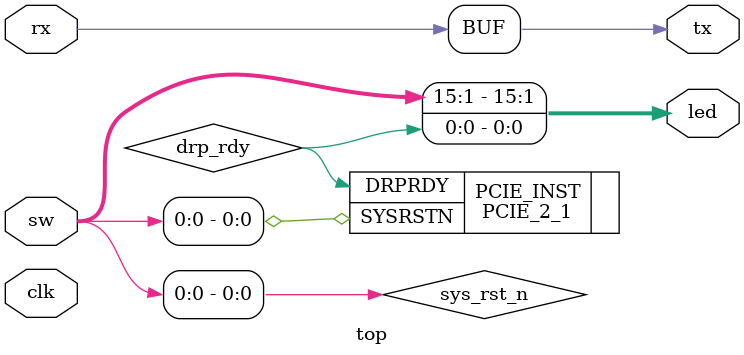
<source format=v>
module top (
    input wire clk,

    input  wire rx,
    output wire tx,

    input  wire [15:0] sw,
    output wire [15:0] led
);
  assign led[15:1] = sw[15:1];
  assign tx = rx;

  wire drp_rdy, sys_rst_n;
  assign sys_rst_n = sw[0];
  assign led[0] = drp_rdy;

  PCIE_2_1 #(
      .LINK_CAP_MAX_LINK_WIDTH(8)
  ) PCIE_INST (
      .DRPRDY (drp_rdy),
      .SYSRSTN(sys_rst_n)
  );

endmodule

</source>
